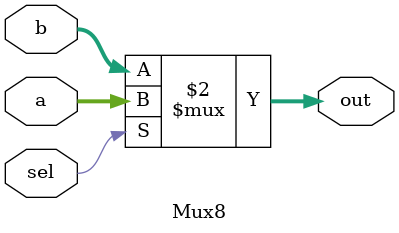
<source format=v>
module Mux8 (a,b,sel,out);

input [7:0]a,b;
output [7:0] out;
input sel;

assign out = (sel == 0) ? b:a;

endmodule


</source>
